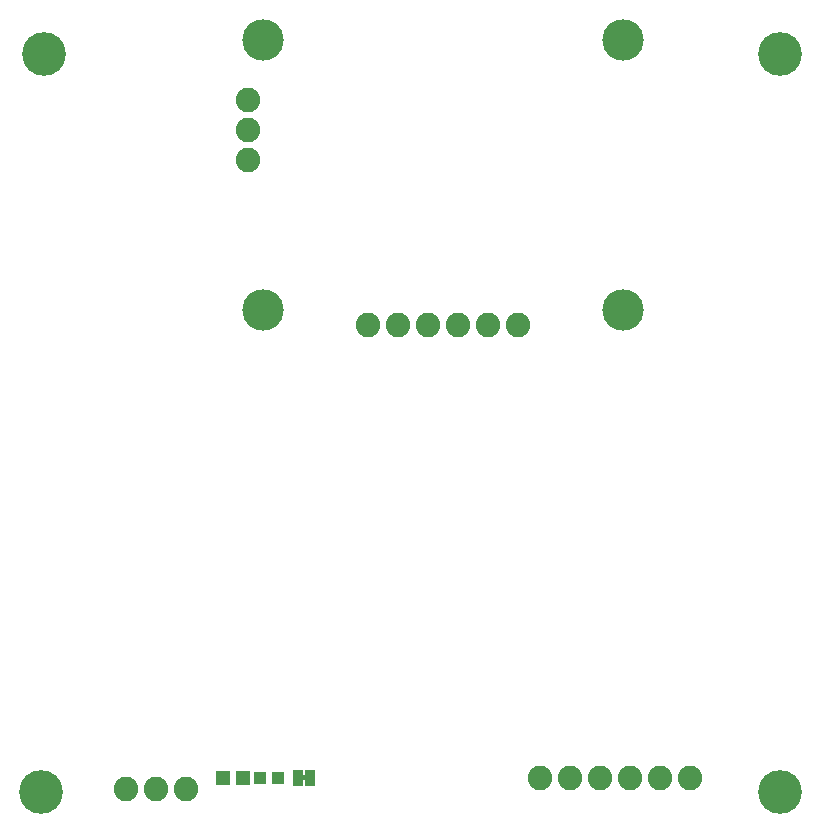
<source format=gbr>
G04 EAGLE Gerber RS-274X export*
G75*
%MOMM*%
%FSLAX34Y34*%
%LPD*%
%INSoldermask Top*%
%IPPOS*%
%AMOC8*
5,1,8,0,0,1.08239X$1,22.5*%
G01*
%ADD10C,3.703200*%
%ADD11C,2.082800*%
%ADD12R,1.303200X1.203200*%
%ADD13R,1.003200X1.003200*%
%ADD14R,0.838200X1.473200*%
%ADD15C,3.505200*%

G36*
X261970Y48107D02*
X261970Y48107D01*
X262036Y48109D01*
X262079Y48127D01*
X262126Y48135D01*
X262183Y48169D01*
X262243Y48194D01*
X262278Y48225D01*
X262319Y48250D01*
X262361Y48301D01*
X262409Y48345D01*
X262431Y48387D01*
X262460Y48424D01*
X262481Y48486D01*
X262512Y48545D01*
X262520Y48599D01*
X262532Y48636D01*
X262531Y48676D01*
X262539Y48730D01*
X262539Y51270D01*
X262528Y51335D01*
X262526Y51401D01*
X262508Y51444D01*
X262500Y51491D01*
X262466Y51548D01*
X262441Y51608D01*
X262410Y51643D01*
X262385Y51684D01*
X262334Y51726D01*
X262290Y51774D01*
X262248Y51796D01*
X262211Y51825D01*
X262149Y51846D01*
X262090Y51877D01*
X262036Y51885D01*
X261999Y51897D01*
X261959Y51896D01*
X261905Y51904D01*
X258095Y51904D01*
X258030Y51893D01*
X257964Y51891D01*
X257921Y51873D01*
X257874Y51865D01*
X257817Y51831D01*
X257757Y51806D01*
X257722Y51775D01*
X257681Y51750D01*
X257640Y51699D01*
X257591Y51655D01*
X257569Y51613D01*
X257540Y51576D01*
X257519Y51514D01*
X257488Y51455D01*
X257480Y51401D01*
X257468Y51364D01*
X257468Y51361D01*
X257469Y51324D01*
X257461Y51270D01*
X257461Y48730D01*
X257472Y48665D01*
X257474Y48599D01*
X257492Y48556D01*
X257500Y48509D01*
X257534Y48452D01*
X257559Y48392D01*
X257590Y48357D01*
X257615Y48316D01*
X257666Y48275D01*
X257710Y48226D01*
X257752Y48204D01*
X257789Y48175D01*
X257851Y48154D01*
X257910Y48123D01*
X257964Y48115D01*
X258001Y48103D01*
X258041Y48104D01*
X258095Y48096D01*
X261905Y48096D01*
X261970Y48107D01*
G37*
D10*
X40000Y662500D03*
X662500Y662500D03*
X37500Y37500D03*
X662500Y37500D03*
D11*
X460000Y50000D03*
X485400Y50000D03*
X510800Y50000D03*
X536200Y50000D03*
X561600Y50000D03*
X587000Y50000D03*
X160000Y40000D03*
X134600Y40000D03*
X109200Y40000D03*
D12*
X208500Y50000D03*
X191500Y50000D03*
D13*
X237500Y50000D03*
X222500Y50000D03*
D14*
X265080Y50000D03*
X254920Y50000D03*
D11*
X314300Y432700D03*
X339700Y432700D03*
X365100Y432700D03*
X390500Y432700D03*
X415900Y432700D03*
X441300Y432700D03*
X212700Y572400D03*
X212700Y597800D03*
X212700Y623200D03*
D15*
X225400Y674000D03*
X530200Y674000D03*
X530200Y445400D03*
X225400Y445400D03*
M02*

</source>
